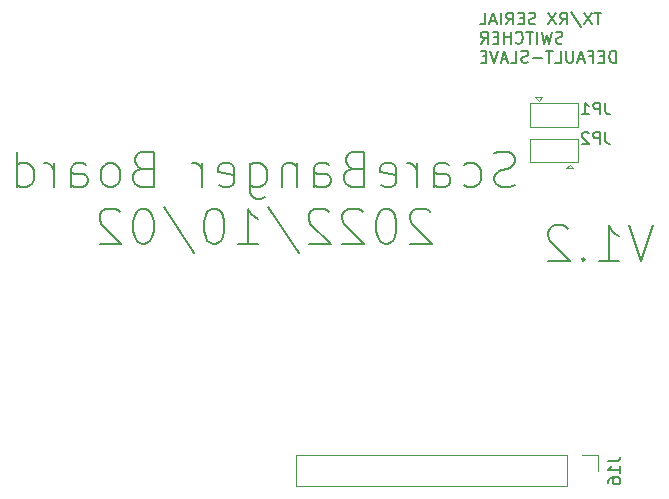
<source format=gbr>
%TF.GenerationSoftware,KiCad,Pcbnew,(6.0.7)*%
%TF.CreationDate,2022-10-05T08:02:04-05:00*%
%TF.ProjectId,ScareBanger_PCB,53636172-6542-4616-9e67-65725f504342,rev?*%
%TF.SameCoordinates,Original*%
%TF.FileFunction,Legend,Bot*%
%TF.FilePolarity,Positive*%
%FSLAX46Y46*%
G04 Gerber Fmt 4.6, Leading zero omitted, Abs format (unit mm)*
G04 Created by KiCad (PCBNEW (6.0.7)) date 2022-10-05 08:02:04*
%MOMM*%
%LPD*%
G01*
G04 APERTURE LIST*
%ADD10C,0.150000*%
%ADD11C,0.120000*%
G04 APERTURE END LIST*
D10*
X151478452Y-95842380D02*
X150907023Y-95842380D01*
X151192738Y-96842380D02*
X151192738Y-95842380D01*
X150668928Y-95842380D02*
X150002261Y-96842380D01*
X150002261Y-95842380D02*
X150668928Y-96842380D01*
X148907023Y-95794761D02*
X149764166Y-97080476D01*
X148002261Y-96842380D02*
X148335595Y-96366190D01*
X148573690Y-96842380D02*
X148573690Y-95842380D01*
X148192738Y-95842380D01*
X148097500Y-95890000D01*
X148049880Y-95937619D01*
X148002261Y-96032857D01*
X148002261Y-96175714D01*
X148049880Y-96270952D01*
X148097500Y-96318571D01*
X148192738Y-96366190D01*
X148573690Y-96366190D01*
X147668928Y-95842380D02*
X147002261Y-96842380D01*
X147002261Y-95842380D02*
X147668928Y-96842380D01*
X145907023Y-96794761D02*
X145764166Y-96842380D01*
X145526071Y-96842380D01*
X145430833Y-96794761D01*
X145383214Y-96747142D01*
X145335595Y-96651904D01*
X145335595Y-96556666D01*
X145383214Y-96461428D01*
X145430833Y-96413809D01*
X145526071Y-96366190D01*
X145716547Y-96318571D01*
X145811785Y-96270952D01*
X145859404Y-96223333D01*
X145907023Y-96128095D01*
X145907023Y-96032857D01*
X145859404Y-95937619D01*
X145811785Y-95890000D01*
X145716547Y-95842380D01*
X145478452Y-95842380D01*
X145335595Y-95890000D01*
X144907023Y-96318571D02*
X144573690Y-96318571D01*
X144430833Y-96842380D02*
X144907023Y-96842380D01*
X144907023Y-95842380D01*
X144430833Y-95842380D01*
X143430833Y-96842380D02*
X143764166Y-96366190D01*
X144002261Y-96842380D02*
X144002261Y-95842380D01*
X143621309Y-95842380D01*
X143526071Y-95890000D01*
X143478452Y-95937619D01*
X143430833Y-96032857D01*
X143430833Y-96175714D01*
X143478452Y-96270952D01*
X143526071Y-96318571D01*
X143621309Y-96366190D01*
X144002261Y-96366190D01*
X143002261Y-96842380D02*
X143002261Y-95842380D01*
X142573690Y-96556666D02*
X142097500Y-96556666D01*
X142668928Y-96842380D02*
X142335595Y-95842380D01*
X142002261Y-96842380D01*
X141192738Y-96842380D02*
X141668928Y-96842380D01*
X141668928Y-95842380D01*
X148192738Y-98404761D02*
X148049880Y-98452380D01*
X147811785Y-98452380D01*
X147716547Y-98404761D01*
X147668928Y-98357142D01*
X147621309Y-98261904D01*
X147621309Y-98166666D01*
X147668928Y-98071428D01*
X147716547Y-98023809D01*
X147811785Y-97976190D01*
X148002261Y-97928571D01*
X148097500Y-97880952D01*
X148145119Y-97833333D01*
X148192738Y-97738095D01*
X148192738Y-97642857D01*
X148145119Y-97547619D01*
X148097500Y-97500000D01*
X148002261Y-97452380D01*
X147764166Y-97452380D01*
X147621309Y-97500000D01*
X147287976Y-97452380D02*
X147049880Y-98452380D01*
X146859404Y-97738095D01*
X146668928Y-98452380D01*
X146430833Y-97452380D01*
X146049880Y-98452380D02*
X146049880Y-97452380D01*
X145716547Y-97452380D02*
X145145119Y-97452380D01*
X145430833Y-98452380D02*
X145430833Y-97452380D01*
X144240357Y-98357142D02*
X144287976Y-98404761D01*
X144430833Y-98452380D01*
X144526071Y-98452380D01*
X144668928Y-98404761D01*
X144764166Y-98309523D01*
X144811785Y-98214285D01*
X144859404Y-98023809D01*
X144859404Y-97880952D01*
X144811785Y-97690476D01*
X144764166Y-97595238D01*
X144668928Y-97500000D01*
X144526071Y-97452380D01*
X144430833Y-97452380D01*
X144287976Y-97500000D01*
X144240357Y-97547619D01*
X143811785Y-98452380D02*
X143811785Y-97452380D01*
X143811785Y-97928571D02*
X143240357Y-97928571D01*
X143240357Y-98452380D02*
X143240357Y-97452380D01*
X142764166Y-97928571D02*
X142430833Y-97928571D01*
X142287976Y-98452380D02*
X142764166Y-98452380D01*
X142764166Y-97452380D01*
X142287976Y-97452380D01*
X141287976Y-98452380D02*
X141621309Y-97976190D01*
X141859404Y-98452380D02*
X141859404Y-97452380D01*
X141478452Y-97452380D01*
X141383214Y-97500000D01*
X141335595Y-97547619D01*
X141287976Y-97642857D01*
X141287976Y-97785714D01*
X141335595Y-97880952D01*
X141383214Y-97928571D01*
X141478452Y-97976190D01*
X141859404Y-97976190D01*
X152716547Y-100062380D02*
X152716547Y-99062380D01*
X152478452Y-99062380D01*
X152335595Y-99110000D01*
X152240357Y-99205238D01*
X152192738Y-99300476D01*
X152145119Y-99490952D01*
X152145119Y-99633809D01*
X152192738Y-99824285D01*
X152240357Y-99919523D01*
X152335595Y-100014761D01*
X152478452Y-100062380D01*
X152716547Y-100062380D01*
X151716547Y-99538571D02*
X151383214Y-99538571D01*
X151240357Y-100062380D02*
X151716547Y-100062380D01*
X151716547Y-99062380D01*
X151240357Y-99062380D01*
X150478452Y-99538571D02*
X150811785Y-99538571D01*
X150811785Y-100062380D02*
X150811785Y-99062380D01*
X150335595Y-99062380D01*
X150002261Y-99776666D02*
X149526071Y-99776666D01*
X150097500Y-100062380D02*
X149764166Y-99062380D01*
X149430833Y-100062380D01*
X149097500Y-99062380D02*
X149097500Y-99871904D01*
X149049880Y-99967142D01*
X149002261Y-100014761D01*
X148907023Y-100062380D01*
X148716547Y-100062380D01*
X148621309Y-100014761D01*
X148573690Y-99967142D01*
X148526071Y-99871904D01*
X148526071Y-99062380D01*
X147573690Y-100062380D02*
X148049880Y-100062380D01*
X148049880Y-99062380D01*
X147383214Y-99062380D02*
X146811785Y-99062380D01*
X147097500Y-100062380D02*
X147097500Y-99062380D01*
X146478452Y-99681428D02*
X145716547Y-99681428D01*
X145287976Y-100014761D02*
X145145119Y-100062380D01*
X144907023Y-100062380D01*
X144811785Y-100014761D01*
X144764166Y-99967142D01*
X144716547Y-99871904D01*
X144716547Y-99776666D01*
X144764166Y-99681428D01*
X144811785Y-99633809D01*
X144907023Y-99586190D01*
X145097500Y-99538571D01*
X145192738Y-99490952D01*
X145240357Y-99443333D01*
X145287976Y-99348095D01*
X145287976Y-99252857D01*
X145240357Y-99157619D01*
X145192738Y-99110000D01*
X145097500Y-99062380D01*
X144859404Y-99062380D01*
X144716547Y-99110000D01*
X143811785Y-100062380D02*
X144287976Y-100062380D01*
X144287976Y-99062380D01*
X143526071Y-99776666D02*
X143049880Y-99776666D01*
X143621309Y-100062380D02*
X143287976Y-99062380D01*
X142954642Y-100062380D01*
X142764166Y-99062380D02*
X142430833Y-100062380D01*
X142097500Y-99062380D01*
X141764166Y-99538571D02*
X141430833Y-99538571D01*
X141287976Y-100062380D02*
X141764166Y-100062380D01*
X141764166Y-99062380D01*
X141287976Y-99062380D01*
X155821428Y-113857142D02*
X154821428Y-116857142D01*
X153821428Y-113857142D01*
X151250000Y-116857142D02*
X152964285Y-116857142D01*
X152107142Y-116857142D02*
X152107142Y-113857142D01*
X152392857Y-114285714D01*
X152678571Y-114571428D01*
X152964285Y-114714285D01*
X149964285Y-116571428D02*
X149821428Y-116714285D01*
X149964285Y-116857142D01*
X150107142Y-116714285D01*
X149964285Y-116571428D01*
X149964285Y-116857142D01*
X148678571Y-114142857D02*
X148535714Y-114000000D01*
X148250000Y-113857142D01*
X147535714Y-113857142D01*
X147250000Y-114000000D01*
X147107142Y-114142857D01*
X146964285Y-114428571D01*
X146964285Y-114714285D01*
X147107142Y-115142857D01*
X148821428Y-116857142D01*
X146964285Y-116857142D01*
X144142857Y-110464285D02*
X143714285Y-110607142D01*
X143000000Y-110607142D01*
X142714285Y-110464285D01*
X142571428Y-110321428D01*
X142428571Y-110035714D01*
X142428571Y-109750000D01*
X142571428Y-109464285D01*
X142714285Y-109321428D01*
X143000000Y-109178571D01*
X143571428Y-109035714D01*
X143857142Y-108892857D01*
X144000000Y-108750000D01*
X144142857Y-108464285D01*
X144142857Y-108178571D01*
X144000000Y-107892857D01*
X143857142Y-107750000D01*
X143571428Y-107607142D01*
X142857142Y-107607142D01*
X142428571Y-107750000D01*
X139857142Y-110464285D02*
X140142857Y-110607142D01*
X140714285Y-110607142D01*
X141000000Y-110464285D01*
X141142857Y-110321428D01*
X141285714Y-110035714D01*
X141285714Y-109178571D01*
X141142857Y-108892857D01*
X141000000Y-108750000D01*
X140714285Y-108607142D01*
X140142857Y-108607142D01*
X139857142Y-108750000D01*
X137285714Y-110607142D02*
X137285714Y-109035714D01*
X137428571Y-108750000D01*
X137714285Y-108607142D01*
X138285714Y-108607142D01*
X138571428Y-108750000D01*
X137285714Y-110464285D02*
X137571428Y-110607142D01*
X138285714Y-110607142D01*
X138571428Y-110464285D01*
X138714285Y-110178571D01*
X138714285Y-109892857D01*
X138571428Y-109607142D01*
X138285714Y-109464285D01*
X137571428Y-109464285D01*
X137285714Y-109321428D01*
X135857142Y-110607142D02*
X135857142Y-108607142D01*
X135857142Y-109178571D02*
X135714285Y-108892857D01*
X135571428Y-108750000D01*
X135285714Y-108607142D01*
X135000000Y-108607142D01*
X132857142Y-110464285D02*
X133142857Y-110607142D01*
X133714285Y-110607142D01*
X133999999Y-110464285D01*
X134142857Y-110178571D01*
X134142857Y-109035714D01*
X133999999Y-108750000D01*
X133714285Y-108607142D01*
X133142857Y-108607142D01*
X132857142Y-108750000D01*
X132714285Y-109035714D01*
X132714285Y-109321428D01*
X134142857Y-109607142D01*
X130428571Y-109035714D02*
X129999999Y-109178571D01*
X129857142Y-109321428D01*
X129714285Y-109607142D01*
X129714285Y-110035714D01*
X129857142Y-110321428D01*
X129999999Y-110464285D01*
X130285714Y-110607142D01*
X131428571Y-110607142D01*
X131428571Y-107607142D01*
X130428571Y-107607142D01*
X130142857Y-107750000D01*
X129999999Y-107892857D01*
X129857142Y-108178571D01*
X129857142Y-108464285D01*
X129999999Y-108750000D01*
X130142857Y-108892857D01*
X130428571Y-109035714D01*
X131428571Y-109035714D01*
X127142857Y-110607142D02*
X127142857Y-109035714D01*
X127285714Y-108750000D01*
X127571428Y-108607142D01*
X128142857Y-108607142D01*
X128428571Y-108750000D01*
X127142857Y-110464285D02*
X127428571Y-110607142D01*
X128142857Y-110607142D01*
X128428571Y-110464285D01*
X128571428Y-110178571D01*
X128571428Y-109892857D01*
X128428571Y-109607142D01*
X128142857Y-109464285D01*
X127428571Y-109464285D01*
X127142857Y-109321428D01*
X125714285Y-108607142D02*
X125714285Y-110607142D01*
X125714285Y-108892857D02*
X125571428Y-108750000D01*
X125285714Y-108607142D01*
X124857142Y-108607142D01*
X124571428Y-108750000D01*
X124428571Y-109035714D01*
X124428571Y-110607142D01*
X121714285Y-108607142D02*
X121714285Y-111035714D01*
X121857142Y-111321428D01*
X122000000Y-111464285D01*
X122285714Y-111607142D01*
X122714285Y-111607142D01*
X123000000Y-111464285D01*
X121714285Y-110464285D02*
X122000000Y-110607142D01*
X122571428Y-110607142D01*
X122857142Y-110464285D01*
X123000000Y-110321428D01*
X123142857Y-110035714D01*
X123142857Y-109178571D01*
X123000000Y-108892857D01*
X122857142Y-108750000D01*
X122571428Y-108607142D01*
X122000000Y-108607142D01*
X121714285Y-108750000D01*
X119142857Y-110464285D02*
X119428571Y-110607142D01*
X120000000Y-110607142D01*
X120285714Y-110464285D01*
X120428571Y-110178571D01*
X120428571Y-109035714D01*
X120285714Y-108750000D01*
X120000000Y-108607142D01*
X119428571Y-108607142D01*
X119142857Y-108750000D01*
X119000000Y-109035714D01*
X119000000Y-109321428D01*
X120428571Y-109607142D01*
X117714285Y-110607142D02*
X117714285Y-108607142D01*
X117714285Y-109178571D02*
X117571428Y-108892857D01*
X117428571Y-108750000D01*
X117142857Y-108607142D01*
X116857142Y-108607142D01*
X112571428Y-109035714D02*
X112142857Y-109178571D01*
X112000000Y-109321428D01*
X111857142Y-109607142D01*
X111857142Y-110035714D01*
X112000000Y-110321428D01*
X112142857Y-110464285D01*
X112428571Y-110607142D01*
X113571428Y-110607142D01*
X113571428Y-107607142D01*
X112571428Y-107607142D01*
X112285714Y-107750000D01*
X112142857Y-107892857D01*
X112000000Y-108178571D01*
X112000000Y-108464285D01*
X112142857Y-108750000D01*
X112285714Y-108892857D01*
X112571428Y-109035714D01*
X113571428Y-109035714D01*
X110142857Y-110607142D02*
X110428571Y-110464285D01*
X110571428Y-110321428D01*
X110714285Y-110035714D01*
X110714285Y-109178571D01*
X110571428Y-108892857D01*
X110428571Y-108750000D01*
X110142857Y-108607142D01*
X109714285Y-108607142D01*
X109428571Y-108750000D01*
X109285714Y-108892857D01*
X109142857Y-109178571D01*
X109142857Y-110035714D01*
X109285714Y-110321428D01*
X109428571Y-110464285D01*
X109714285Y-110607142D01*
X110142857Y-110607142D01*
X106571428Y-110607142D02*
X106571428Y-109035714D01*
X106714285Y-108750000D01*
X107000000Y-108607142D01*
X107571428Y-108607142D01*
X107857142Y-108750000D01*
X106571428Y-110464285D02*
X106857142Y-110607142D01*
X107571428Y-110607142D01*
X107857142Y-110464285D01*
X108000000Y-110178571D01*
X108000000Y-109892857D01*
X107857142Y-109607142D01*
X107571428Y-109464285D01*
X106857142Y-109464285D01*
X106571428Y-109321428D01*
X105142857Y-110607142D02*
X105142857Y-108607142D01*
X105142857Y-109178571D02*
X104999999Y-108892857D01*
X104857142Y-108750000D01*
X104571428Y-108607142D01*
X104285714Y-108607142D01*
X101999999Y-110607142D02*
X101999999Y-107607142D01*
X101999999Y-110464285D02*
X102285714Y-110607142D01*
X102857142Y-110607142D01*
X103142857Y-110464285D01*
X103285714Y-110321428D01*
X103428571Y-110035714D01*
X103428571Y-109178571D01*
X103285714Y-108892857D01*
X103142857Y-108750000D01*
X102857142Y-108607142D01*
X102285714Y-108607142D01*
X101999999Y-108750000D01*
X137000000Y-112722857D02*
X136857142Y-112580000D01*
X136571428Y-112437142D01*
X135857142Y-112437142D01*
X135571428Y-112580000D01*
X135428571Y-112722857D01*
X135285714Y-113008571D01*
X135285714Y-113294285D01*
X135428571Y-113722857D01*
X137142857Y-115437142D01*
X135285714Y-115437142D01*
X133428571Y-112437142D02*
X133142857Y-112437142D01*
X132857142Y-112580000D01*
X132714285Y-112722857D01*
X132571428Y-113008571D01*
X132428571Y-113580000D01*
X132428571Y-114294285D01*
X132571428Y-114865714D01*
X132714285Y-115151428D01*
X132857142Y-115294285D01*
X133142857Y-115437142D01*
X133428571Y-115437142D01*
X133714285Y-115294285D01*
X133857142Y-115151428D01*
X134000000Y-114865714D01*
X134142857Y-114294285D01*
X134142857Y-113580000D01*
X134000000Y-113008571D01*
X133857142Y-112722857D01*
X133714285Y-112580000D01*
X133428571Y-112437142D01*
X131285714Y-112722857D02*
X131142857Y-112580000D01*
X130857142Y-112437142D01*
X130142857Y-112437142D01*
X129857142Y-112580000D01*
X129714285Y-112722857D01*
X129571428Y-113008571D01*
X129571428Y-113294285D01*
X129714285Y-113722857D01*
X131428571Y-115437142D01*
X129571428Y-115437142D01*
X128428571Y-112722857D02*
X128285714Y-112580000D01*
X128000000Y-112437142D01*
X127285714Y-112437142D01*
X127000000Y-112580000D01*
X126857142Y-112722857D01*
X126714285Y-113008571D01*
X126714285Y-113294285D01*
X126857142Y-113722857D01*
X128571428Y-115437142D01*
X126714285Y-115437142D01*
X123285714Y-112294285D02*
X125857142Y-116151428D01*
X120714285Y-115437142D02*
X122428571Y-115437142D01*
X121571428Y-115437142D02*
X121571428Y-112437142D01*
X121857142Y-112865714D01*
X122142857Y-113151428D01*
X122428571Y-113294285D01*
X118857142Y-112437142D02*
X118571428Y-112437142D01*
X118285714Y-112580000D01*
X118142857Y-112722857D01*
X118000000Y-113008571D01*
X117857142Y-113580000D01*
X117857142Y-114294285D01*
X118000000Y-114865714D01*
X118142857Y-115151428D01*
X118285714Y-115294285D01*
X118571428Y-115437142D01*
X118857142Y-115437142D01*
X119142857Y-115294285D01*
X119285714Y-115151428D01*
X119428571Y-114865714D01*
X119571428Y-114294285D01*
X119571428Y-113580000D01*
X119428571Y-113008571D01*
X119285714Y-112722857D01*
X119142857Y-112580000D01*
X118857142Y-112437142D01*
X114428571Y-112294285D02*
X117000000Y-116151428D01*
X112857142Y-112437142D02*
X112571428Y-112437142D01*
X112285714Y-112580000D01*
X112142857Y-112722857D01*
X112000000Y-113008571D01*
X111857142Y-113580000D01*
X111857142Y-114294285D01*
X112000000Y-114865714D01*
X112142857Y-115151428D01*
X112285714Y-115294285D01*
X112571428Y-115437142D01*
X112857142Y-115437142D01*
X113142857Y-115294285D01*
X113285714Y-115151428D01*
X113428571Y-114865714D01*
X113571428Y-114294285D01*
X113571428Y-113580000D01*
X113428571Y-113008571D01*
X113285714Y-112722857D01*
X113142857Y-112580000D01*
X112857142Y-112437142D01*
X110714285Y-112722857D02*
X110571428Y-112580000D01*
X110285714Y-112437142D01*
X109571428Y-112437142D01*
X109285714Y-112580000D01*
X109142857Y-112722857D01*
X109000000Y-113008571D01*
X109000000Y-113294285D01*
X109142857Y-113722857D01*
X110857142Y-115437142D01*
X109000000Y-115437142D01*
%TO.C,J16*%
X152082380Y-133810476D02*
X152796666Y-133810476D01*
X152939523Y-133762857D01*
X153034761Y-133667619D01*
X153082380Y-133524761D01*
X153082380Y-133429523D01*
X153082380Y-134810476D02*
X153082380Y-134239047D01*
X153082380Y-134524761D02*
X152082380Y-134524761D01*
X152225238Y-134429523D01*
X152320476Y-134334285D01*
X152368095Y-134239047D01*
X152082380Y-135667619D02*
X152082380Y-135477142D01*
X152130000Y-135381904D01*
X152177619Y-135334285D01*
X152320476Y-135239047D01*
X152510952Y-135191428D01*
X152891904Y-135191428D01*
X152987142Y-135239047D01*
X153034761Y-135286666D01*
X153082380Y-135381904D01*
X153082380Y-135572380D01*
X153034761Y-135667619D01*
X152987142Y-135715238D01*
X152891904Y-135762857D01*
X152653809Y-135762857D01*
X152558571Y-135715238D01*
X152510952Y-135667619D01*
X152463333Y-135572380D01*
X152463333Y-135381904D01*
X152510952Y-135286666D01*
X152558571Y-135239047D01*
X152653809Y-135191428D01*
%TO.C,JP1*%
X151833333Y-103452380D02*
X151833333Y-104166666D01*
X151880952Y-104309523D01*
X151976190Y-104404761D01*
X152119047Y-104452380D01*
X152214285Y-104452380D01*
X151357142Y-104452380D02*
X151357142Y-103452380D01*
X150976190Y-103452380D01*
X150880952Y-103500000D01*
X150833333Y-103547619D01*
X150785714Y-103642857D01*
X150785714Y-103785714D01*
X150833333Y-103880952D01*
X150880952Y-103928571D01*
X150976190Y-103976190D01*
X151357142Y-103976190D01*
X149833333Y-104452380D02*
X150404761Y-104452380D01*
X150119047Y-104452380D02*
X150119047Y-103452380D01*
X150214285Y-103595238D01*
X150309523Y-103690476D01*
X150404761Y-103738095D01*
%TO.C,JP2*%
X151833333Y-105952380D02*
X151833333Y-106666666D01*
X151880952Y-106809523D01*
X151976190Y-106904761D01*
X152119047Y-106952380D01*
X152214285Y-106952380D01*
X151357142Y-106952380D02*
X151357142Y-105952380D01*
X150976190Y-105952380D01*
X150880952Y-106000000D01*
X150833333Y-106047619D01*
X150785714Y-106142857D01*
X150785714Y-106285714D01*
X150833333Y-106380952D01*
X150880952Y-106428571D01*
X150976190Y-106476190D01*
X151357142Y-106476190D01*
X150404761Y-106047619D02*
X150357142Y-106000000D01*
X150261904Y-105952380D01*
X150023809Y-105952380D01*
X149928571Y-106000000D01*
X149880952Y-106047619D01*
X149833333Y-106142857D01*
X149833333Y-106238095D01*
X149880952Y-106380952D01*
X150452380Y-106952380D01*
X149833333Y-106952380D01*
D11*
%TO.C,J16*%
X148590000Y-133290000D02*
X125670000Y-133290000D01*
X151190000Y-134620000D02*
X151190000Y-133290000D01*
X148590000Y-135950000D02*
X148590000Y-133290000D01*
X148590000Y-135950000D02*
X125670000Y-135950000D01*
X151190000Y-133290000D02*
X149860000Y-133290000D01*
X125670000Y-135950000D02*
X125670000Y-133290000D01*
%TO.C,JP1*%
X145450000Y-103500000D02*
X145450000Y-105500000D01*
X146200000Y-103300000D02*
X146500000Y-103000000D01*
X146200000Y-103300000D02*
X145900000Y-103000000D01*
X149550000Y-103500000D02*
X145450000Y-103500000D01*
X149550000Y-105500000D02*
X149550000Y-103500000D01*
X145900000Y-103000000D02*
X146500000Y-103000000D01*
X145450000Y-105500000D02*
X149550000Y-105500000D01*
%TO.C,JP2*%
X149100000Y-109000000D02*
X148500000Y-109000000D01*
X149550000Y-108500000D02*
X149550000Y-106500000D01*
X145450000Y-106500000D02*
X145450000Y-108500000D01*
X145450000Y-108500000D02*
X149550000Y-108500000D01*
X148800000Y-108700000D02*
X149100000Y-109000000D01*
X148800000Y-108700000D02*
X148500000Y-109000000D01*
X149550000Y-106500000D02*
X145450000Y-106500000D01*
%TD*%
M02*

</source>
